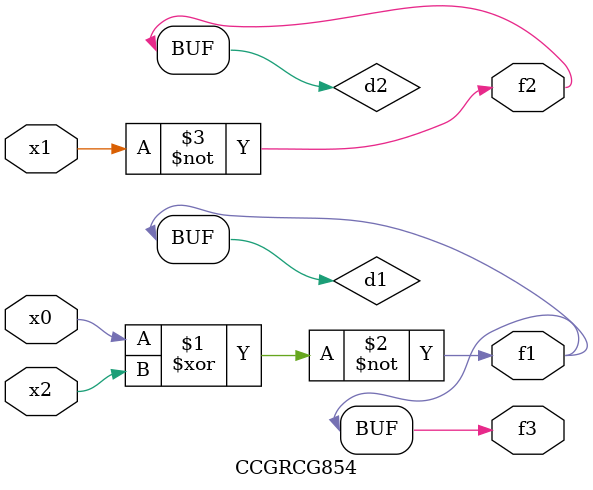
<source format=v>
module CCGRCG854(
	input x0, x1, x2,
	output f1, f2, f3
);

	wire d1, d2, d3;

	xnor (d1, x0, x2);
	nand (d2, x1);
	nor (d3, x1, x2);
	assign f1 = d1;
	assign f2 = d2;
	assign f3 = d1;
endmodule

</source>
